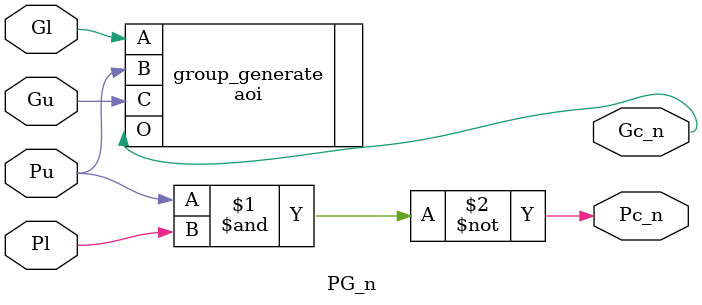
<source format=v>
/* 
    File: PG_n.v
    Author: Christian Gobrecht

    Description: 
        Structural model of Group Propagate/Generate CLA cell.
        Uses CMOS optimizations (NAND, NOR, XOR, XNOR, AOI, OAI only).
        Takes noninverted P,G signals from constituent groups,
        Outputs inverted P,G signals of combined group.
        Intended for educational purposes.

    Input: NON-INVERTED signals for:
        Upper-group Propagate (Pu),
        Upper-group Generate (Gu),
        Lower-group Propagate (Pl),
        Lower-group Generate (Gl)

    Output: INVERTED signals for:
        Combined Propagate (Pc_n),
        Combined Generate (Gc_n)
*/
`include "./components/aoi.v"

`ifndef MODULE_PG_n
`define MODULE_PG_n

module PG_n (
    output Pc_n, Gc_n,
    input Pu, Gu, Pl, Gl
    );

    // Propagate (Pc) if: Upper Propagate (Pu) AND Lower Propagate (Pl)
    nand group_propagate (Pc_n, Pu, Pl); 


    // Generate (Gc) if: Lower Generate (Gl) AND Upper Propagate (Pu)
    //                                       OR Upper Generate (Gu)
    aoi group_generate (
        .O(Gc_n),
        .A(Gl),
        .B(Pu),
        .C(Gu)
        );

endmodule // PG_n

`endif
</source>
